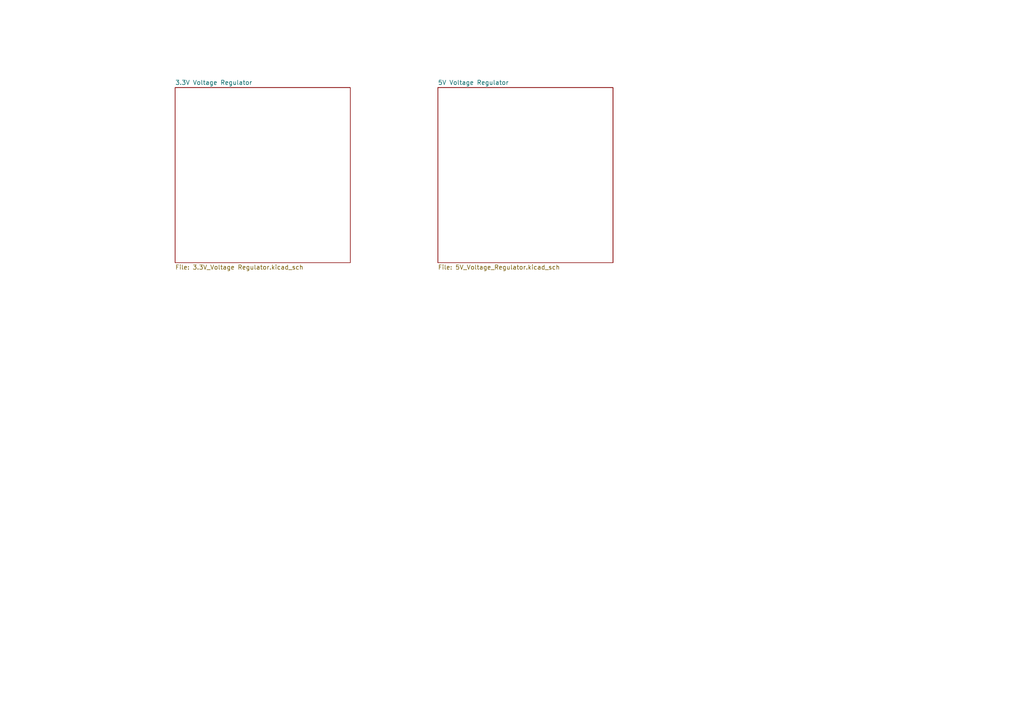
<source format=kicad_sch>
(kicad_sch (version 20211123) (generator eeschema)

  (uuid be773695-270f-48b2-8709-96516699e1b4)

  (paper "A4")

  (lib_symbols
  )


  (sheet (at 127 25.4) (size 50.8 50.8) (fields_autoplaced)
    (stroke (width 0.1524) (type solid) (color 0 0 0 0))
    (fill (color 0 0 0 0.0000))
    (uuid 3505eedf-d09d-419f-96f8-37bb18291107)
    (property "Sheet name" "5V Voltage Regulator" (id 0) (at 127 24.6884 0)
      (effects (font (size 1.27 1.27)) (justify left bottom))
    )
    (property "Sheet file" "5V_Voltage_Regulator.kicad_sch" (id 1) (at 127 76.7846 0)
      (effects (font (size 1.27 1.27)) (justify left top))
    )
  )

  (sheet (at 50.8 25.4) (size 50.8 50.8) (fields_autoplaced)
    (stroke (width 0.1524) (type solid) (color 0 0 0 0))
    (fill (color 0 0 0 0.0000))
    (uuid 9c057cab-88ba-4471-83f6-5c8d4d73e708)
    (property "Sheet name" "3.3V Voltage Regulator" (id 0) (at 50.8 24.6884 0)
      (effects (font (size 1.27 1.27)) (justify left bottom))
    )
    (property "Sheet file" "3.3V_Voltage Regulator.kicad_sch" (id 1) (at 50.8 76.7846 0)
      (effects (font (size 1.27 1.27)) (justify left top))
    )
  )
)

</source>
